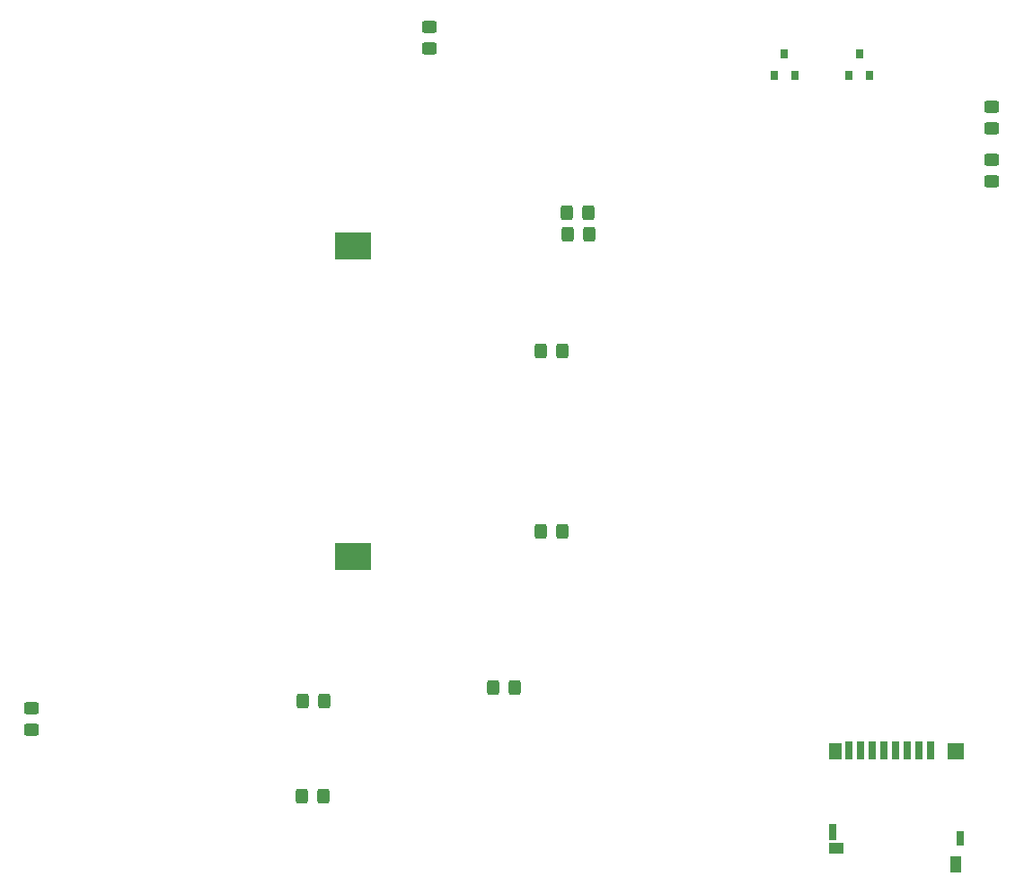
<source format=gbr>
G04 #@! TF.GenerationSoftware,KiCad,Pcbnew,7.0.2-6a45011f42~172~ubuntu22.04.1*
G04 #@! TF.CreationDate,2023-04-26T17:59:51-03:00*
G04 #@! TF.ProjectId,envcity_aqm_v2_2layers,656e7663-6974-4795-9f61-716d5f76325f,rev?*
G04 #@! TF.SameCoordinates,Original*
G04 #@! TF.FileFunction,Paste,Bot*
G04 #@! TF.FilePolarity,Positive*
%FSLAX46Y46*%
G04 Gerber Fmt 4.6, Leading zero omitted, Abs format (unit mm)*
G04 Created by KiCad (PCBNEW 7.0.2-6a45011f42~172~ubuntu22.04.1) date 2023-04-26 17:59:51*
%MOMM*%
%LPD*%
G01*
G04 APERTURE LIST*
G04 Aperture macros list*
%AMRoundRect*
0 Rectangle with rounded corners*
0 $1 Rounding radius*
0 $2 $3 $4 $5 $6 $7 $8 $9 X,Y pos of 4 corners*
0 Add a 4 corners polygon primitive as box body*
4,1,4,$2,$3,$4,$5,$6,$7,$8,$9,$2,$3,0*
0 Add four circle primitives for the rounded corners*
1,1,$1+$1,$2,$3*
1,1,$1+$1,$4,$5*
1,1,$1+$1,$6,$7*
1,1,$1+$1,$8,$9*
0 Add four rect primitives between the rounded corners*
20,1,$1+$1,$2,$3,$4,$5,0*
20,1,$1+$1,$4,$5,$6,$7,0*
20,1,$1+$1,$6,$7,$8,$9,0*
20,1,$1+$1,$8,$9,$2,$3,0*%
G04 Aperture macros list end*
%ADD10R,0.700000X1.750000*%
%ADD11R,1.300000X1.500000*%
%ADD12R,0.800000X1.500000*%
%ADD13R,1.450000X1.000000*%
%ADD14R,0.800000X1.400000*%
%ADD15R,1.500000X1.500000*%
%ADD16R,1.000000X1.550000*%
%ADD17R,3.510000X2.540000*%
%ADD18RoundRect,0.250000X0.325000X0.450000X-0.325000X0.450000X-0.325000X-0.450000X0.325000X-0.450000X0*%
%ADD19RoundRect,0.250000X0.450000X-0.325000X0.450000X0.325000X-0.450000X0.325000X-0.450000X-0.325000X0*%
%ADD20R,0.800000X0.900000*%
%ADD21RoundRect,0.250000X-0.450000X0.325000X-0.450000X-0.325000X0.450000X-0.325000X0.450000X0.325000X0*%
%ADD22RoundRect,0.250000X-0.325000X-0.450000X0.325000X-0.450000X0.325000X0.450000X-0.325000X0.450000X0*%
G04 APERTURE END LIST*
D10*
X205975000Y-140650000D03*
D11*
X204775000Y-140775000D03*
D12*
X204525000Y-148375000D03*
D13*
X204850000Y-149875000D03*
D14*
X216475000Y-149025000D03*
D10*
X207075000Y-140650000D03*
X208175000Y-140650000D03*
X209275000Y-140650000D03*
X210375000Y-140650000D03*
X211475000Y-140650000D03*
X212575000Y-140650000D03*
X213675000Y-140650000D03*
D15*
X216125000Y-140775000D03*
D16*
X216075000Y-151450000D03*
D17*
X159250000Y-122430000D03*
X159250000Y-93070000D03*
D18*
X176975000Y-120000000D03*
X179025000Y-120000000D03*
X176975000Y-103000000D03*
X179025000Y-103000000D03*
X172450000Y-134750000D03*
X174500000Y-134750000D03*
X156550000Y-136000000D03*
X154500000Y-136000000D03*
X156500000Y-145000000D03*
X154450000Y-145000000D03*
D19*
X129000000Y-136725000D03*
X129000000Y-138775000D03*
D20*
X200900000Y-77000000D03*
X199000000Y-77000000D03*
X199950000Y-75000000D03*
X207000000Y-75000000D03*
X206050000Y-77000000D03*
X207950000Y-77000000D03*
D21*
X166500000Y-74500000D03*
X166500000Y-72450000D03*
D19*
X219500000Y-87000000D03*
X219500000Y-84950000D03*
X219500000Y-82025000D03*
X219500000Y-79975000D03*
D22*
X179450000Y-90000000D03*
X181500000Y-90000000D03*
D18*
X179500000Y-92000000D03*
X181550000Y-92000000D03*
M02*

</source>
